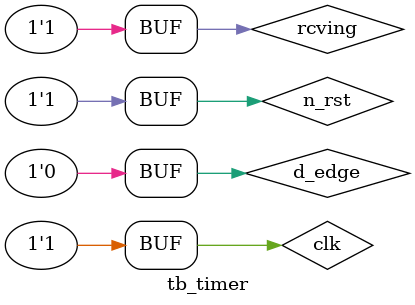
<source format=sv>
`timescale 1ns /10 ps
module tb_timer
();

	reg clk = 1;
	reg n_rst;
	reg d_edge;
	reg rcving;
	reg shift_enable;
	reg byte_received;
	integer i;
	//clock
	always
	begin
		#5 clk = 0;
		#5 clk = 1;
	end
	initial
	begin
		d_edge = 0;
		rcving = 0;
		n_rst = 0;
		#10;
		n_rst = 1;
		rcving = 1;
		#200;

	end

timer a2 (.clk(clk), .n_rst(n_rst), .d_edge(d_edge), .rcving(rcving), .shift_enable(shift_enable), .byte_received(byte_received));


endmodule
			


</source>
